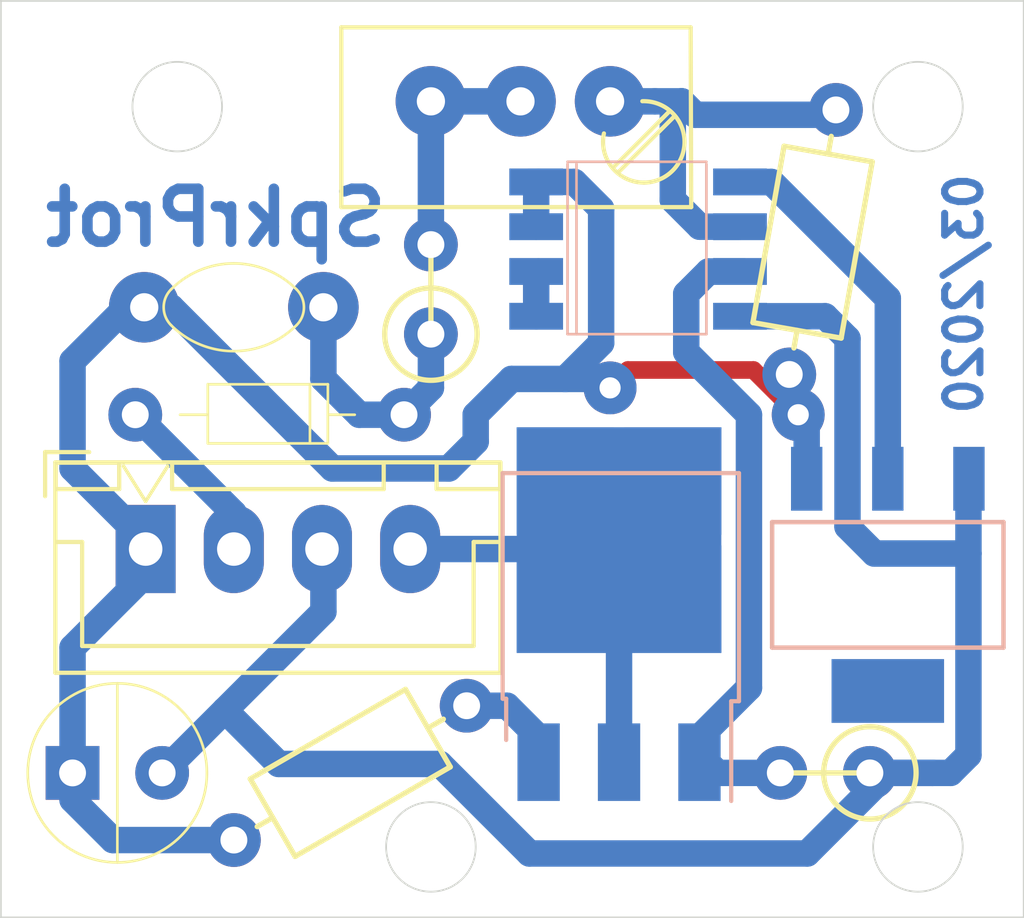
<source format=kicad_pcb>
(kicad_pcb (version 20171130) (host pcbnew "(5.1.5)-3")

  (general
    (thickness 1.6)
    (drawings 10)
    (tracks 92)
    (zones 0)
    (modules 12)
    (nets 12)
  )

  (page A4)
  (layers
    (0 F.Cu signal)
    (31 B.Cu signal)
    (32 B.Adhes user)
    (33 F.Adhes user)
    (34 B.Paste user)
    (35 F.Paste user)
    (36 B.SilkS user)
    (37 F.SilkS user)
    (38 B.Mask user)
    (39 F.Mask user)
    (40 Dwgs.User user)
    (41 Cmts.User user)
    (42 Eco1.User user hide)
    (43 Eco2.User user hide)
    (44 Edge.Cuts user)
    (45 Margin user)
    (46 B.CrtYd user)
    (47 F.CrtYd user)
    (48 B.Fab user)
    (49 F.Fab user)
  )

  (setup
    (last_trace_width 0.5)
    (user_trace_width 0.5)
    (user_trace_width 0.75)
    (trace_clearance 0.2)
    (zone_clearance 0.508)
    (zone_45_only no)
    (trace_min 0.2)
    (via_size 1.5)
    (via_drill 0.6)
    (via_min_size 0.4)
    (via_min_drill 0.3)
    (uvia_size 0.3)
    (uvia_drill 0.1)
    (uvias_allowed no)
    (uvia_min_size 0.2)
    (uvia_min_drill 0.1)
    (edge_width 0.05)
    (segment_width 0.2)
    (pcb_text_width 0.3)
    (pcb_text_size 1.5 1.5)
    (mod_edge_width 0.12)
    (mod_text_size 1 1)
    (mod_text_width 0.15)
    (pad_size 1.524 1.524)
    (pad_drill 0.762)
    (pad_to_mask_clearance 0.051)
    (solder_mask_min_width 0.25)
    (aux_axis_origin 0 0)
    (visible_elements 7FFFFFFF)
    (pcbplotparams
      (layerselection 0x010fc_ffffffff)
      (usegerberextensions false)
      (usegerberattributes false)
      (usegerberadvancedattributes false)
      (creategerberjobfile false)
      (excludeedgelayer true)
      (linewidth 0.100000)
      (plotframeref false)
      (viasonmask false)
      (mode 1)
      (useauxorigin false)
      (hpglpennumber 1)
      (hpglpenspeed 20)
      (hpglpendiameter 15.000000)
      (psnegative false)
      (psa4output false)
      (plotreference true)
      (plotvalue true)
      (plotinvisibletext false)
      (padsonsilk false)
      (subtractmaskfromsilk false)
      (outputformat 1)
      (mirror false)
      (drillshape 1)
      (scaleselection 1)
      (outputdirectory ""))
  )

  (net 0 "")
  (net 1 GND)
  (net 2 +15V)
  (net 3 /SpkrSense)
  (net 4 "Net-(Q1-Pad3)")
  (net 5 "Net-(Q1-Pad1)")
  (net 6 "Net-(R1-Pad2)")
  (net 7 "Net-(R3-Pad1)")
  (net 8 "Net-(U1-Pad5)")
  (net 9 "Net-(U1-Pad1)")
  (net 10 "Net-(C1-Pad2)")
  (net 11 /SpkrProt)

  (net_class Default "Questo è il gruppo di collegamenti predefinito"
    (clearance 0.2)
    (trace_width 0.5)
    (via_dia 1.5)
    (via_drill 0.6)
    (uvia_dia 0.3)
    (uvia_drill 0.1)
    (add_net +15V)
    (add_net /SpkrProt)
    (add_net /SpkrSense)
    (add_net GND)
    (add_net "Net-(C1-Pad2)")
    (add_net "Net-(Q1-Pad1)")
    (add_net "Net-(Q1-Pad3)")
    (add_net "Net-(R1-Pad2)")
    (add_net "Net-(R3-Pad1)")
    (add_net "Net-(U1-Pad1)")
    (add_net "Net-(U1-Pad5)")
  )

  (net_class 0.75 ""
    (clearance 0.2)
    (trace_width 0.75)
    (via_dia 1.5)
    (via_drill 0.6)
    (uvia_dia 0.3)
    (uvia_drill 0.1)
  )

  (module Connettori_JST_XH:1x04_P2.54 (layer F.Cu) (tedit 5E74FB9F) (tstamp 5E7514D1)
    (at 131.104 82.55)
    (descr "JST XH series connector, B4B-XH-A (http://www.jst-mfg.com/product/pdf/eng/eXH.pdf), generated with kicad-footprint-generator")
    (tags "connector JST XH vertical")
    (path /5E74E7E1)
    (fp_text reference J1 (at 1.484 2.032) (layer Eco1.User)
      (effects (font (size 1 1) (thickness 0.15)))
    )
    (fp_text value SprkPowerIn (at 3.75 4.6) (layer Eco2.User)
      (effects (font (size 1 1) (thickness 0.15)))
    )
    (fp_line (start -2.56 -2.46) (end -2.56 3.51) (layer F.SilkS) (width 0.12))
    (fp_line (start -2.56 3.51) (end 10.06 3.51) (layer F.SilkS) (width 0.12))
    (fp_line (start 10.06 3.51) (end 10.06 -2.46) (layer F.SilkS) (width 0.12))
    (fp_line (start 10.06 -2.46) (end -2.56 -2.46) (layer F.SilkS) (width 0.12))
    (fp_line (start -0.625 -2.35) (end 0 -1.35) (layer F.SilkS) (width 0.1))
    (fp_line (start 0 -1.35) (end 0.625 -2.35) (layer F.SilkS) (width 0.1))
    (fp_line (start 0.75 -2.45) (end 0.75 -1.7) (layer F.SilkS) (width 0.12))
    (fp_line (start 0.75 -1.7) (end 6.75 -1.7) (layer F.SilkS) (width 0.12))
    (fp_line (start 6.75 -1.7) (end 6.75 -2.45) (layer F.SilkS) (width 0.12))
    (fp_line (start 6.75 -2.45) (end 0.75 -2.45) (layer F.SilkS) (width 0.12))
    (fp_line (start -2.55 -2.45) (end -2.55 -1.7) (layer F.SilkS) (width 0.12))
    (fp_line (start -2.55 -1.7) (end -0.75 -1.7) (layer F.SilkS) (width 0.12))
    (fp_line (start -0.75 -1.7) (end -0.75 -2.45) (layer F.SilkS) (width 0.12))
    (fp_line (start -0.75 -2.45) (end -2.55 -2.45) (layer F.SilkS) (width 0.12))
    (fp_line (start 8.25 -2.45) (end 8.25 -1.7) (layer F.SilkS) (width 0.12))
    (fp_line (start 8.25 -1.7) (end 10.05 -1.7) (layer F.SilkS) (width 0.12))
    (fp_line (start 10.05 -1.7) (end 10.05 -2.45) (layer F.SilkS) (width 0.12))
    (fp_line (start 10.05 -2.45) (end 8.25 -2.45) (layer F.SilkS) (width 0.12))
    (fp_line (start -2.55 -0.2) (end -1.8 -0.2) (layer F.SilkS) (width 0.12))
    (fp_line (start -1.8 -0.2) (end -1.8 2.75) (layer F.SilkS) (width 0.12))
    (fp_line (start -1.8 2.75) (end 3.75 2.75) (layer F.SilkS) (width 0.12))
    (fp_line (start 10.05 -0.2) (end 9.3 -0.2) (layer F.SilkS) (width 0.12))
    (fp_line (start 9.3 -0.2) (end 9.3 2.75) (layer F.SilkS) (width 0.12))
    (fp_line (start 9.3 2.75) (end 3.75 2.75) (layer F.SilkS) (width 0.12))
    (fp_line (start -1.6 -2.75) (end -2.85 -2.75) (layer F.SilkS) (width 0.12))
    (fp_line (start -2.85 -2.75) (end -2.85 -1.5) (layer F.SilkS) (width 0.12))
    (pad 1 thru_hole rect (at 0 0) (size 1.7 2.5) (drill 0.95) (layers *.Cu *.Mask)
      (net 1 GND))
    (pad 2 thru_hole oval (at 2.5 0) (size 1.7 2.5) (drill 0.95) (layers *.Cu *.Mask)
      (net 3 /SpkrSense))
    (pad 3 thru_hole oval (at 5 0) (size 1.7 2.5) (drill 0.95) (layers *.Cu *.Mask)
      (net 2 +15V))
    (pad 4 thru_hole oval (at 7.5 0) (size 1.7 2.5) (drill 0.95) (layers *.Cu *.Mask)
      (net 11 /SpkrProt))
    (model ${MODELS}/JST_XH_1x04_P2.54.wrl
      (at (xyz 0 0 0))
      (scale (xyz 1 1 1))
      (rotate (xyz 0 0 0))
    )
  )

  (module DO:DO-35 (layer F.Cu) (tedit 5E75030A) (tstamp 5E750B53)
    (at 134.62 78.74 180)
    (path /5E756CF1)
    (fp_text reference D1 (at -0.762 0 180) (layer Eco1.User)
      (effects (font (size 1 1) (thickness 0.15)))
    )
    (fp_text value 1N4148 (at 0 -1.778 180) (layer Eco2.User)
      (effects (font (size 1 1) (thickness 0.15)))
    )
    (fp_line (start -1.651 0) (end -2.413 0) (layer F.SilkS) (width 0.075))
    (fp_line (start 1.778 0) (end 2.54 0) (layer F.SilkS) (width 0.075))
    (fp_line (start -1.143 -0.8128) (end -1.143 0.8636) (layer F.SilkS) (width 0.075))
    (fp_line (start -1.651 -0.8128) (end 1.7526 -0.8128) (layer F.SilkS) (width 0.075))
    (fp_line (start -1.651 0.8636) (end -1.651 -0.8128) (layer F.SilkS) (width 0.075))
    (fp_line (start 1.7526 0.8636) (end -1.651 0.8636) (layer F.SilkS) (width 0.075))
    (fp_line (start 1.7526 -0.8128) (end 1.7526 0.8636) (layer F.SilkS) (width 0.075))
    (pad 1 thru_hole circle (at -3.81 0 180) (size 1.524 1.524) (drill 0.762) (layers *.Cu *.Mask)
      (net 10 "Net-(C1-Pad2)"))
    (pad 2 thru_hole circle (at 3.81 0 180) (size 1.524 1.524) (drill 0.762) (layers *.Cu *.Mask)
      (net 3 /SpkrSense))
    (model ${MODELS}/DO-35H.wrl
      (offset (xyz -3.81 0 0))
      (scale (xyz 0.4 0.4 0.4))
      (rotate (xyz 0 0 0))
    )
  )

  (module Trimmer:Bourns_3296 (layer F.Cu) (tedit 5E74FAD6) (tstamp 5E750BC5)
    (at 144.272 69.85)
    (descr "Spindle Trimmer Potentiometer, Bourns 3296W, https://www.bourns.com/pdfs/3296.pdf")
    (tags "Spindle Trimmer Potentiometer   Bourns 3296W")
    (path /5E770C13)
    (fp_text reference RV1 (at -5.969 -1.778) (layer Eco1.User)
      (effects (font (size 0.5 0.5) (thickness 0.1)))
    )
    (fp_text value 10k (at -6.096 1.905) (layer Eco2.User)
      (effects (font (size 0.5 0.5) (thickness 0.1)))
    )
    (fp_line (start 1.691 0.275) (end 0.079 1.885) (layer F.SilkS) (width 0.12))
    (fp_line (start 1.831 0.416) (end 0.22 2.026) (layer F.SilkS) (width 0.12))
    (fp_line (start 2.285 -2.1) (end 2.3 3) (layer F.SilkS) (width 0.12))
    (fp_line (start -7.62 -2.1) (end -7.62 3) (layer F.SilkS) (width 0.12))
    (fp_line (start -7.62 3) (end 2.3 3) (layer F.SilkS) (width 0.12))
    (fp_line (start -7.62 -2.1) (end 2.285 -2.1) (layer F.SilkS) (width 0.12))
    (fp_arc (start 0.955 1.15) (end -0.174 0.91) (angle -103) (layer F.SilkS) (width 0.12))
    (fp_arc (start 0.955 1.15) (end 0.955 2.305) (angle -182) (layer F.SilkS) (width 0.12))
    (pad 3 thru_hole circle (at -5.08 0) (size 2 2) (drill 0.8) (layers *.Cu *.Mask)
      (net 6 "Net-(R1-Pad2)"))
    (pad 2 thru_hole circle (at -2.54 0) (size 2 2) (drill 0.8) (layers *.Cu *.Mask)
      (net 6 "Net-(R1-Pad2)"))
    (pad 1 thru_hole circle (at 0 0) (size 2 2) (drill 0.8) (layers *.Cu *.Mask)
      (net 7 "Net-(R3-Pad1)"))
    (model "${MODELS}/Bourns 3296.wrl"
      (at (xyz 0 0 0))
      (scale (xyz 400 400 400))
      (rotate (xyz -90 0 0))
    )
    (model "${FPRINTS}/3D/bourns 3296.wrl"
      (at (xyz 0 0 0))
      (scale (xyz 1 1 1))
      (rotate (xyz 0 0 0))
    )
  )

  (module Condensatori:CP_D5_P2.54 (layer F.Cu) (tedit 5C9C8FE1) (tstamp 5E750B46)
    (at 130.302 88.9)
    (descr "Radial Electrolytic Capacitor, Diameter 6.3mm x Length 11.2mm, Pitch 2.5mm")
    (tags "Electrolytic Capacitor")
    (path /5E74FDDE)
    (fp_text reference CP2 (at 0.254 -1.524) (layer Eco1.User)
      (effects (font (size 1 1) (thickness 0.15)))
    )
    (fp_text value 10u (at 0 3.048) (layer Eco2.User)
      (effects (font (size 1 1) (thickness 0.15)))
    )
    (fp_line (start 0 -2.54) (end 0 2.54) (layer F.SilkS) (width 0.075))
    (fp_circle (center 0 0) (end 2.54 0) (layer F.SilkS) (width 0.075))
    (pad 1 thru_hole rect (at -1.27 0) (size 1.524 1.524) (drill 0.762) (layers *.Cu *.Mask)
      (net 1 GND))
    (pad 2 thru_hole circle (at 1.27 0) (size 1.524 1.524) (drill 0.762) (layers *.Cu *.Mask)
      (net 2 +15V))
    (model ${MODELS}/CP_D5_P2.54.wrl
      (offset (xyz -1.269999980926514 0 0))
      (scale (xyz 1 1 1))
      (rotate (xyz 0 0 0))
    )
  )

  (module TO:TO-252_3_Tab2 (layer B.Cu) (tedit 5E74EFEF) (tstamp 5E750B8E)
    (at 144.526 84.396 90)
    (descr "TO-252 / DPAK SMD package, http://www.infineon.com/cms/en/product/packages/PG-TO252/PG-TO252-3-1/")
    (tags "DPAK TO-252 DPAK-3 TO-252-3 SOT-428")
    (path /5E764090)
    (attr smd)
    (fp_text reference Q1 (at -2.218 1.27 90) (layer Eco1.User)
      (effects (font (size 0.5 0.5) (thickness 0.1)))
    )
    (fp_text value 9971GH (at 0 -4.5 90) (layer Eco2.User)
      (effects (font (size 0.5 0.5) (thickness 0.1)))
    )
    (fp_line (start -2.4 -3.2) (end -3.57 -3.2) (layer B.SilkS) (width 0.12))
    (fp_line (start -2.4 -3.3) (end -2.4 -3.2) (layer B.SilkS) (width 0.12))
    (fp_line (start 4 -3.3) (end -2.4 -3.3) (layer B.SilkS) (width 0.12))
    (fp_line (start 4 3.4) (end 4 -3.3) (layer B.SilkS) (width 0.12))
    (fp_line (start 3.95 2.7) (end 4.95 2.7) (layer B.Fab) (width 0.1))
    (fp_line (start 4.95 2.7) (end 4.95 -2.7) (layer B.Fab) (width 0.1))
    (fp_line (start 4.95 -2.7) (end 3.95 -2.7) (layer B.Fab) (width 0.1))
    (fp_line (start -4.97 2.655) (end -4.97 1.905) (layer B.Fab) (width 0.1))
    (fp_line (start -4.97 0.375) (end -4.97 -0.375) (layer B.Fab) (width 0.1))
    (fp_line (start -4.97 -1.905) (end -4.97 -2.655) (layer B.Fab) (width 0.1))
    (fp_line (start 4 3.4) (end -2.47 3.4) (layer B.SilkS) (width 0.12))
    (fp_line (start -2.47 3.4) (end -2.47 3.18) (layer B.SilkS) (width 0.12))
    (fp_line (start -2.47 3.18) (end -5.3 3.18) (layer B.SilkS) (width 0.12))
    (pad 1 smd rect (at -4.2 2.28 90) (size 2.2 1.2) (layers B.Cu B.Paste B.Mask)
      (net 5 "Net-(Q1-Pad1)"))
    (pad 2 smd rect (at -4.2 0 90) (size 2.2 1.2) (layers B.Cu B.Paste B.Mask)
      (net 11 /SpkrProt))
    (pad 3 smd rect (at -4.2 -2.28 90) (size 2.2 1.2) (layers B.Cu B.Paste B.Mask)
      (net 4 "Net-(Q1-Pad3)"))
    (pad 2 smd rect (at 2.1 0 90) (size 6.4 5.8) (layers B.Cu B.Mask)
      (net 11 /SpkrProt))
    (pad 2 smd rect (at 3.775 -1.525 90) (size 3.05 2.75) (layers B.Cu B.Paste)
      (net 11 /SpkrProt))
    (pad 2 smd rect (at 0.425 1.525 90) (size 3.05 2.75) (layers B.Cu B.Paste)
      (net 11 /SpkrProt))
    (pad 2 smd rect (at 3.775 1.525 90) (size 3.05 2.75) (layers B.Cu B.Paste)
      (net 11 /SpkrProt))
    (pad 2 smd rect (at 0.425 -1.525 90) (size 3.05 2.75) (layers B.Cu B.Paste)
      (net 11 /SpkrProt))
    (model ${FPRINTS}/3D/TO-252_3.STEP
      (offset (xyz 5.5 -2 5.8))
      (scale (xyz 1 1 1))
      (rotate (xyz 90 0 -90))
    )
  )

  (module Resistenze:R_P2.54V (layer F.Cu) (tedit 5C9C95EB) (tstamp 5E750B96)
    (at 139.192 76.454 90)
    (path /5E759584)
    (fp_text reference R1 (at 2.794 -1.524 90) (layer Eco1.User)
      (effects (font (size 1 1) (thickness 0.15)))
    )
    (fp_text value 12k (at 1.27 2.31 90) (layer Eco2.User)
      (effects (font (size 1 1) (thickness 0.15)))
    )
    (fp_line (start 0 0) (end 2.54 0) (layer F.SilkS) (width 0.15))
    (fp_circle (center 0 0) (end 1.31 0) (layer F.SilkS) (width 0.15))
    (pad 2 thru_hole circle (at 2.54 0 90) (size 1.524 1.524) (drill 0.762) (layers *.Cu *.Mask)
      (net 6 "Net-(R1-Pad2)"))
    (pad 1 thru_hole circle (at 0 0 90) (size 1.524 1.524) (drill 0.762) (layers *.Cu *.Mask)
      (net 10 "Net-(C1-Pad2)"))
    (model ${MODELS}/R_P2.54V.wrl
      (at (xyz 0 0 0))
      (scale (xyz 0.393701 0.393701 0.393701))
      (rotate (xyz 0 0 0))
    )
  )

  (module Resistenze:R_P2.54V (layer F.Cu) (tedit 5C9C95EB) (tstamp 5E750BAE)
    (at 151.638 88.9 180)
    (path /5E7627E6)
    (fp_text reference R4 (at 2.286 1.524) (layer Eco1.User)
      (effects (font (size 1 1) (thickness 0.15)))
    )
    (fp_text value 1k5 (at 1.27 2.31) (layer Eco2.User)
      (effects (font (size 1 1) (thickness 0.15)))
    )
    (fp_line (start 0 0) (end 2.54 0) (layer F.SilkS) (width 0.15))
    (fp_circle (center 0 0) (end 1.31 0) (layer F.SilkS) (width 0.15))
    (pad 2 thru_hole circle (at 2.54 0 180) (size 1.524 1.524) (drill 0.762) (layers *.Cu *.Mask)
      (net 5 "Net-(Q1-Pad1)"))
    (pad 1 thru_hole circle (at 0 0 180) (size 1.524 1.524) (drill 0.762) (layers *.Cu *.Mask)
      (net 2 +15V))
    (model ${MODELS}/R_P2.54V.wrl
      (at (xyz 0 0 0))
      (scale (xyz 0.393701 0.393701 0.393701))
      (rotate (xyz 0 0 0))
    )
  )

  (module SOIC:SOIC-8 placed (layer B.Cu) (tedit 5E749AF7) (tstamp 5E750BD6)
    (at 145.034 72.136 90)
    (path /5E74E84D)
    (fp_text reference U1 (at -3.26 0.3995 90) (layer Eco1.User)
      (effects (font (size 0.5 0.5) (thickness 0.1)))
    )
    (fp_text value LM393 (at -1.9685 -0.5715 90) (layer Eco2.User)
      (effects (font (size 0.5 0.5) (thickness 0.1)))
    )
    (fp_line (start 0.5715 -1.9685) (end 0.5715 1.9685) (layer B.SilkS) (width 0.075))
    (fp_line (start -4.318 -1.7145) (end 0.508 -1.7145) (layer B.SilkS) (width 0.075))
    (fp_line (start 0.508 -1.9685) (end -4.318 -1.9685) (layer B.SilkS) (width 0.075))
    (fp_line (start -4.318 1.9685) (end -4.318 -1.9685) (layer B.SilkS) (width 0.075))
    (fp_line (start 0.508 1.9685) (end -4.318 1.9685) (layer B.SilkS) (width 0.075))
    (pad 1 smd rect (at -3.81 -2.8575 90) (size 0.762 1.524) (layers B.Cu B.Paste B.Mask)
      (net 9 "Net-(U1-Pad1)"))
    (pad 2 smd rect (at -2.54 -2.8575 90) (size 0.762 1.524) (layers B.Cu B.Paste B.Mask)
      (net 9 "Net-(U1-Pad1)"))
    (pad 3 smd rect (at -1.27 -2.8575 90) (size 0.762 1.524) (layers B.Cu B.Paste B.Mask)
      (net 1 GND))
    (pad 4 smd rect (at 0 -2.8575 90) (size 0.762 1.524) (layers B.Cu B.Paste B.Mask)
      (net 1 GND))
    (pad 5 smd rect (at 0 2.921 90) (size 0.762 1.524) (layers B.Cu B.Paste B.Mask)
      (net 8 "Net-(U1-Pad5)"))
    (pad 6 smd rect (at -1.27 2.921 90) (size 0.762 1.524) (layers B.Cu B.Paste B.Mask)
      (net 7 "Net-(R3-Pad1)"))
    (pad 7 smd rect (at -2.54 2.921 90) (size 0.762 1.524) (layers B.Cu B.Paste B.Mask)
      (net 5 "Net-(Q1-Pad1)"))
    (pad 8 smd rect (at -3.81 2.921 90) (size 0.762 1.524) (layers B.Cu B.Paste B.Mask)
      (net 2 +15V))
    (model ${MODELS}/SOIC-8.wrl
      (offset (xyz -1.9 0 0))
      (scale (xyz 1 1 1))
      (rotate (xyz 0 0 -90))
    )
  )

  (module SOT:SOT-223 (layer B.Cu) (tedit 5E181920) (tstamp 5E750BE2)
    (at 152.146 83.566 270)
    (path /5E75A7D2)
    (fp_text reference U2 (at 0 -0.381 90) (layer Eco1.User)
      (effects (font (size 0.5 0.5) (thickness 0.1)))
    )
    (fp_text value LD1117 (at 0.127 0.508 90) (layer Eco2.User)
      (effects (font (size 0.5 0.5) (thickness 0.1)))
    )
    (fp_line (start 1.78 3.28) (end -1.78 3.28) (layer B.SilkS) (width 0.127))
    (fp_line (start -1.78 3.28) (end -1.78 -3.28) (layer B.SilkS) (width 0.127))
    (fp_line (start -1.78 -3.28) (end 1.78 -3.28) (layer B.SilkS) (width 0.127))
    (fp_line (start 1.78 -3.28) (end 1.78 3.28) (layer B.SilkS) (width 0.127))
    (pad 1 smd rect (at -3.01 2.3 270) (size 1.81 0.89) (layers B.Cu B.Paste B.Mask)
      (net 1 GND))
    (pad 2 smd rect (at -3.01 0 270) (size 1.81 0.89) (layers B.Cu B.Paste B.Mask)
      (net 8 "Net-(U1-Pad5)"))
    (pad 3 smd rect (at -3.01 -2.3 270) (size 1.81 0.89) (layers B.Cu B.Paste B.Mask)
      (net 2 +15V))
    (pad 4 smd rect (at 3.01 0 270) (size 1.81 3.19) (layers B.Cu B.Paste B.Mask))
    (model ${FPRINTS}/3D/SOT-223.STEP
      (offset (xyz -11.25 0.25 -8.5))
      (scale (xyz 1 1 1))
      (rotate (xyz -90 0 180))
    )
  )

  (module Resistenze:R_P7.62H (layer F.Cu) (tedit 5C9C95DE) (tstamp 5E751DC4)
    (at 150.0136 73.844882 260)
    (descr "Resistor, Axial,  RM 10mm, 1/3W")
    (tags "Resistor Axial RM 10mm 1/3W")
    (path /5E76BB1B)
    (fp_text reference R3 (at -0.254 -0.254 80) (layer Eco1.User)
      (effects (font (size 1 1) (thickness 0.15)))
    )
    (fp_text value 4k7 (at -0.508 0 80) (layer Eco2.User)
      (effects (font (size 1 1) (thickness 0.15)))
    )
    (fp_line (start 2.54 -1.27) (end -2.54 -1.27) (layer F.SilkS) (width 0.15))
    (fp_line (start 2.54 1.27) (end 2.54 -1.27) (layer F.SilkS) (width 0.15))
    (fp_line (start -2.54 1.27) (end 2.54 1.27) (layer F.SilkS) (width 0.15))
    (fp_line (start -2.54 -1.27) (end -2.54 1.27) (layer F.SilkS) (width 0.15))
    (fp_line (start -2.54 0) (end -3.048 0) (layer F.SilkS) (width 0.15))
    (fp_line (start 2.54 0) (end 3.048 0) (layer F.SilkS) (width 0.15))
    (pad 2 thru_hole circle (at 3.81 0 260) (size 1.524 1.524) (drill 0.762) (layers *.Cu *.Mask)
      (net 1 GND))
    (pad 1 thru_hole circle (at -3.81 0 260) (size 1.524 1.524) (drill 0.762) (layers *.Cu *.Mask)
      (net 7 "Net-(R3-Pad1)"))
    (model ${MODELS}/R_P7.62H.wrl
      (offset (xyz -3.809999942779541 0 0))
      (scale (xyz 0.4 0.4 0.4))
      (rotate (xyz 0 0 0))
    )
  )

  (module Resistenze:R_P7.62H (layer F.Cu) (tedit 5C9C95DE) (tstamp 5E7523D5)
    (at 136.906 88.9 210)
    (descr "Resistor, Axial,  RM 10mm, 1/3W")
    (tags "Resistor Axial RM 10mm 1/3W")
    (path /5E767C47)
    (fp_text reference R5 (at -0.508 -2.032 30) (layer Eco1.User)
      (effects (font (size 1 1) (thickness 0.15)))
    )
    (fp_text value 680 (at -0.508 0 30) (layer Eco2.User)
      (effects (font (size 1 1) (thickness 0.15)))
    )
    (fp_line (start 2.54 -1.27) (end -2.54 -1.27) (layer F.SilkS) (width 0.15))
    (fp_line (start 2.54 1.27) (end 2.54 -1.27) (layer F.SilkS) (width 0.15))
    (fp_line (start -2.54 1.27) (end 2.54 1.27) (layer F.SilkS) (width 0.15))
    (fp_line (start -2.54 -1.27) (end -2.54 1.27) (layer F.SilkS) (width 0.15))
    (fp_line (start -2.54 0) (end -3.048 0) (layer F.SilkS) (width 0.15))
    (fp_line (start 2.54 0) (end 3.048 0) (layer F.SilkS) (width 0.15))
    (pad 2 thru_hole circle (at 3.81 0 210) (size 1.524 1.524) (drill 0.762) (layers *.Cu *.Mask)
      (net 1 GND))
    (pad 1 thru_hole circle (at -3.81 0 210) (size 1.524 1.524) (drill 0.762) (layers *.Cu *.Mask)
      (net 4 "Net-(Q1-Pad3)"))
    (model ${MODELS}/R_P7.62H.wrl
      (offset (xyz -3.809999942779541 0 0))
      (scale (xyz 0.4 0.4 0.4))
      (rotate (xyz 0 0 0))
    )
  )

  (module Condensatori:C_L5_W2.7_P5.08 (layer F.Cu) (tedit 5AC35620) (tstamp 5E7565DD)
    (at 131.064 75.692)
    (path /5E7577AC)
    (fp_text reference C1 (at 1.016 -1.524) (layer Eco1.User)
      (effects (font (size 0.5 0.5) (thickness 0.1)))
    )
    (fp_text value 100n (at 2.159 0) (layer Eco2.User)
      (effects (font (size 0.5 0.5) (thickness 0.1)))
    )
    (fp_arc (start 1.27 0) (end 0.762 0.508) (angle 90) (layer F.SilkS) (width 0.075))
    (fp_arc (start 2.54 -1.27) (end 4.318 0.508) (angle 90) (layer F.SilkS) (width 0.075))
    (fp_arc (start 3.81 0) (end 4.318 -0.508) (angle 90) (layer F.SilkS) (width 0.075))
    (fp_arc (start 2.54 1.27) (end 0.762 -0.508) (angle 90) (layer F.SilkS) (width 0.075))
    (pad 1 thru_hole circle (at 0 0) (size 2 2) (drill 0.8) (layers *.Cu *.Mask)
      (net 1 GND))
    (pad 2 thru_hole circle (at 5.08 0) (size 2 2) (drill 0.8) (layers *.Cu *.Mask)
      (net 10 "Net-(C1-Pad2)"))
    (model ${MODELS}/C_L5_W2.7_P5.08.wrl
      (at (xyz 0 0 0))
      (scale (xyz 1 1 1))
      (rotate (xyz 0 0 0))
    )
  )

  (gr_text 03/2020 (at 154.305 75.311 90) (layer B.Cu)
    (effects (font (size 1 1) (thickness 0.2)) (justify mirror))
  )
  (gr_text SpkrProt (at 133.096 73.152) (layer B.Cu)
    (effects (font (size 1.5 1.5) (thickness 0.3)) (justify mirror))
  )
  (gr_circle (center 139.192 91) (end 140.462 91) (layer Edge.Cuts) (width 0.05))
  (gr_circle (center 153 91) (end 154.27 91) (layer Edge.Cuts) (width 0.05))
  (gr_circle (center 132 70) (end 133.27 70) (layer Edge.Cuts) (width 0.05))
  (gr_circle (center 153 70) (end 154.27 70) (layer Edge.Cuts) (width 0.05))
  (gr_line (start 127 93) (end 127 67) (layer Edge.Cuts) (width 0.05) (tstamp 5E7523AF))
  (gr_line (start 156 93) (end 127 93) (layer Edge.Cuts) (width 0.05))
  (gr_line (start 156 67) (end 156 93) (layer Edge.Cuts) (width 0.05))
  (gr_line (start 127 67) (end 156 67) (layer Edge.Cuts) (width 0.05))

  (segment (start 143.256 72.136) (end 141.986 72.136) (width 0.75) (layer B.Cu) (net 1) (status 20))
  (segment (start 143.002 77.724) (end 144.018 76.708) (width 0.75) (layer B.Cu) (net 1))
  (segment (start 144.018 76.708) (end 144.018 72.898) (width 0.75) (layer B.Cu) (net 1))
  (segment (start 144.018 72.898) (end 143.256 72.136) (width 0.75) (layer B.Cu) (net 1))
  (segment (start 129.032 88.9) (end 129.032 85.344) (width 0.75) (layer B.Cu) (net 1) (status 10))
  (segment (start 129.032 85.344) (end 131.064 83.312) (width 0.75) (layer B.Cu) (net 1) (status 20))
  (segment (start 131.064 83.312) (end 131.064 82.55) (width 0.75) (layer B.Cu) (net 1) (status 30))
  (segment (start 133.606443 90.805) (end 130.175 90.805) (width 0.75) (layer B.Cu) (net 1) (status 10))
  (segment (start 130.175 90.805) (end 129.032 89.662) (width 0.75) (layer B.Cu) (net 1) (status 20))
  (segment (start 129.032 89.662) (end 129.032 88.9) (width 0.75) (layer B.Cu) (net 1) (status 30))
  (via (at 144.272 77.978) (size 1.5) (drill 0.6) (layers F.Cu B.Cu) (net 1))
  (segment (start 143.002 77.724) (end 144.018 77.724) (width 0.75) (layer B.Cu) (net 1))
  (segment (start 144.018 77.724) (end 144.272 77.978) (width 0.75) (layer B.Cu) (net 1))
  (segment (start 131.104 82.55) (end 131.104 82.336) (width 0.75) (layer B.Cu) (net 1) (status 30))
  (segment (start 131.104 82.336) (end 129.032 80.264) (width 0.75) (layer B.Cu) (net 1) (status 10))
  (segment (start 129.032 80.264) (end 129.032 77.216) (width 0.75) (layer B.Cu) (net 1))
  (segment (start 129.032 77.216) (end 130.556 75.692) (width 0.75) (layer B.Cu) (net 1))
  (segment (start 142.1765 73.406) (end 142.1765 72.1995) (width 0.75) (layer B.Cu) (net 1) (status 30))
  (segment (start 142.1765 72.1995) (end 142.24 72.136) (width 0.75) (layer B.Cu) (net 1) (status 30))
  (segment (start 141.478 77.724) (end 143.002 77.724) (width 0.75) (layer B.Cu) (net 1))
  (segment (start 140.462 78.74) (end 141.478 77.724) (width 0.75) (layer B.Cu) (net 1))
  (segment (start 131.826 75.692) (end 136.398 80.264) (width 0.75) (layer B.Cu) (net 1))
  (segment (start 131.064 75.692) (end 131.826 75.692) (width 0.75) (layer B.Cu) (net 1))
  (segment (start 136.398 80.264) (end 139.7 80.264) (width 0.75) (layer B.Cu) (net 1))
  (segment (start 139.7 80.264) (end 140.462 79.502) (width 0.75) (layer B.Cu) (net 1))
  (segment (start 140.462 79.502) (end 140.462 78.74) (width 0.75) (layer B.Cu) (net 1))
  (segment (start 149.846 78.98) (end 149.846 80.556) (width 0.75) (layer B.Cu) (net 1))
  (segment (start 149.606 78.74) (end 148.336 77.47) (width 0.5) (layer F.Cu) (net 1))
  (via (at 149.606 78.74) (size 1.5) (drill 0.6) (layers F.Cu B.Cu) (net 1))
  (segment (start 148.336 77.47) (end 144.78 77.47) (width 0.5) (layer F.Cu) (net 1))
  (segment (start 144.78 77.47) (end 144.272 77.978) (width 0.5) (layer F.Cu) (net 1))
  (segment (start 149.606 78.74) (end 149.846 78.98) (width 0.75) (layer B.Cu) (net 1))
  (segment (start 149.606 78.74) (end 149.606 77.851) (width 0.5) (layer B.Cu) (net 1))
  (segment (start 149.606 77.851) (end 149.352 77.597) (width 0.5) (layer B.Cu) (net 1))
  (segment (start 153.924 88.9) (end 154.432 88.392) (width 0.75) (layer B.Cu) (net 2))
  (segment (start 154.432 88.392) (end 154.432 82.677) (width 0.75) (layer B.Cu) (net 2))
  (segment (start 154.432 82.677) (end 154.432 80.518) (width 0.75) (layer B.Cu) (net 2) (status 20))
  (segment (start 151.638 88.9) (end 153.416 88.9) (width 0.75) (layer B.Cu) (net 2) (status 10))
  (segment (start 153.416 88.9) (end 153.924 88.9) (width 0.75) (layer B.Cu) (net 2))
  (segment (start 136.104 82.55) (end 136.144 82.55) (width 0.75) (layer B.Cu) (net 2) (status 30))
  (segment (start 136.144 82.55) (end 136.144 84.328) (width 0.75) (layer B.Cu) (net 2) (status 10))
  (segment (start 136.144 84.328) (end 133.35 87.122) (width 0.75) (layer B.Cu) (net 2))
  (segment (start 133.35 87.122) (end 131.572 88.9) (width 0.75) (layer B.Cu) (net 2) (status 20))
  (segment (start 152.146 88.9) (end 153.416 88.9) (width 0.75) (layer B.Cu) (net 2) (status 10))
  (segment (start 134.874 88.646) (end 139.446 88.646) (width 0.75) (layer B.Cu) (net 2))
  (segment (start 133.35 87.122) (end 134.874 88.646) (width 0.75) (layer B.Cu) (net 2))
  (segment (start 139.446 88.646) (end 141.986 91.186) (width 0.75) (layer B.Cu) (net 2))
  (segment (start 141.986 91.186) (end 149.86 91.186) (width 0.75) (layer B.Cu) (net 2))
  (segment (start 149.86 91.186) (end 152.146 88.9) (width 0.75) (layer B.Cu) (net 2) (status 20))
  (segment (start 151.765 82.677) (end 154.432 82.677) (width 0.75) (layer B.Cu) (net 2))
  (segment (start 151.003 81.915) (end 151.765 82.677) (width 0.75) (layer B.Cu) (net 2))
  (segment (start 151.003 76.581) (end 151.003 81.915) (width 0.75) (layer B.Cu) (net 2))
  (segment (start 147.955 75.946) (end 150.368 75.946) (width 0.75) (layer B.Cu) (net 2) (status 10))
  (segment (start 150.368 75.946) (end 151.003 76.581) (width 0.75) (layer B.Cu) (net 2))
  (segment (start 133.604 81.534) (end 130.81 78.74) (width 0.75) (layer B.Cu) (net 3) (status 30))
  (segment (start 133.604 82.55) (end 133.604 81.534) (width 0.75) (layer B.Cu) (net 3) (status 30))
  (segment (start 138.604 82.55) (end 144.272 82.55) (width 0.75) (layer B.Cu) (net 11) (status 30))
  (segment (start 144.272 82.55) (end 144.526 82.296) (width 0.75) (layer B.Cu) (net 11) (status 30))
  (segment (start 144.526 88.596) (end 144.526 82.55) (width 0.75) (layer B.Cu) (net 11) (status 30))
  (segment (start 140.205557 86.995) (end 141.351 86.995) (width 0.75) (layer B.Cu) (net 4) (status 10))
  (segment (start 141.351 86.995) (end 142.24 87.884) (width 0.75) (layer B.Cu) (net 4) (status 20))
  (segment (start 142.24 87.884) (end 142.24 88.9) (width 0.75) (layer B.Cu) (net 4) (status 30))
  (segment (start 149.098 88.9) (end 147.32 88.9) (width 0.75) (layer B.Cu) (net 5) (status 30))
  (segment (start 147.32 88.9) (end 146.812 88.392) (width 0.75) (layer B.Cu) (net 5) (status 30))
  (segment (start 146.806 87.89) (end 146.806 88.596) (width 0.75) (layer B.Cu) (net 5) (status 30))
  (segment (start 148.209 86.487) (end 146.806 87.89) (width 0.75) (layer B.Cu) (net 5) (status 20))
  (segment (start 148.209 78.74) (end 148.209 86.487) (width 0.75) (layer B.Cu) (net 5))
  (segment (start 148.082 74.676) (end 147.066 74.676) (width 0.75) (layer B.Cu) (net 5) (status 10))
  (segment (start 147.066 74.676) (end 146.431 75.311) (width 0.75) (layer B.Cu) (net 5))
  (segment (start 146.431 75.311) (end 146.431 76.962) (width 0.75) (layer B.Cu) (net 5))
  (segment (start 146.431 76.962) (end 148.209 78.74) (width 0.75) (layer B.Cu) (net 5))
  (segment (start 139.192 73.914) (end 139.192 69.85) (width 0.75) (layer B.Cu) (net 6) (status 30))
  (segment (start 139.192 69.85) (end 141.732 69.85) (width 0.75) (layer B.Cu) (net 6) (status 30))
  (segment (start 145.542 69.85) (end 144.272 69.85) (width 0.75) (layer B.Cu) (net 7) (status 20))
  (segment (start 147.955 73.406) (end 146.812 73.406) (width 0.75) (layer B.Cu) (net 7) (status 10))
  (segment (start 146.812 73.406) (end 146.05 72.644) (width 0.75) (layer B.Cu) (net 7))
  (segment (start 146.05 72.644) (end 146.05 70.104) (width 0.75) (layer B.Cu) (net 7))
  (segment (start 146.05 70.104) (end 146.304 69.85) (width 0.75) (layer B.Cu) (net 7))
  (segment (start 146.304 69.85) (end 145.542 69.85) (width 0.75) (layer B.Cu) (net 7))
  (segment (start 146.685 70.231) (end 146.304 69.85) (width 0.75) (layer B.Cu) (net 7))
  (segment (start 150.749 69.977) (end 150.495 70.231) (width 0.75) (layer B.Cu) (net 7))
  (segment (start 150.495 70.231) (end 146.685 70.231) (width 0.75) (layer B.Cu) (net 7))
  (segment (start 148.844 72.136) (end 147.955 72.136) (width 0.75) (layer B.Cu) (net 8) (status 20))
  (segment (start 152.146 80.556) (end 152.146 75.438) (width 0.75) (layer B.Cu) (net 8) (status 10))
  (segment (start 152.146 75.438) (end 148.844 72.136) (width 0.75) (layer B.Cu) (net 8))
  (segment (start 139.192 76.454) (end 139.192 77.978) (width 0.75) (layer B.Cu) (net 10) (status 10))
  (segment (start 139.192 77.978) (end 138.43 78.74) (width 0.75) (layer B.Cu) (net 10) (status 20))
  (segment (start 136.144 77.724) (end 136.144 75.692) (width 0.75) (layer B.Cu) (net 10))
  (segment (start 138.43 78.74) (end 137.16 78.74) (width 0.75) (layer B.Cu) (net 10) (status 10))
  (segment (start 137.16 78.74) (end 136.144 77.724) (width 0.75) (layer B.Cu) (net 10))
  (segment (start 142.1765 75.946) (end 142.1765 74.7395) (width 0.75) (layer B.Cu) (net 9) (status 30))
  (segment (start 142.1765 74.7395) (end 142.24 74.676) (width 0.75) (layer B.Cu) (net 9) (status 30))

)

</source>
